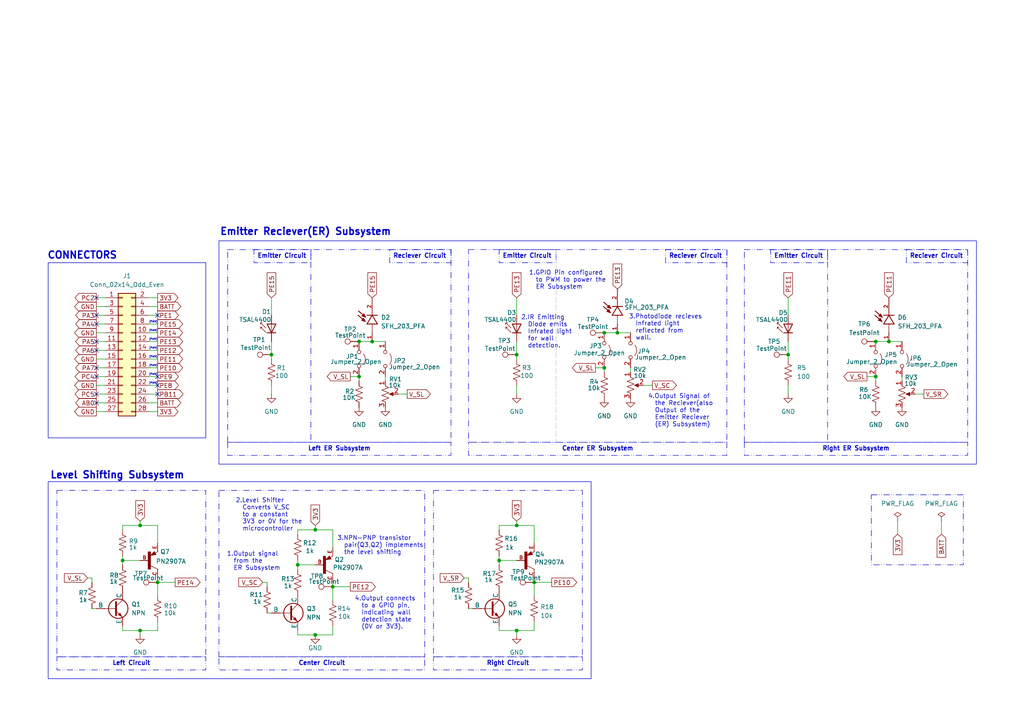
<source format=kicad_sch>
(kicad_sch (version 20231120) (generator "eeschema") (generator_version "8.0")
  (paper "A4")
  (title_block (title "Micro-mouse Project - Sensing Subsystem") (date "2024-04-17") (rev "v.1") (company "University of Cape Town - EEE3088F") (comment 1 "Author: Richard Mabvirakare") (comment 2 "MBVRIC001"))
  (lib_symbols
    (symbol "Connector:TestPoint" (pin_numbers hide) (pin_names (offset 0.762) hide)
      (property "Reference" "TP" (at 0 6.858 0))
      (property "Value" "TestPoint" (at 0 5.08 0))
      (symbol "TestPoint_1_1"
        (pin passive line (at 0 0 90) (length 2.54) (name "1") (number "1"))
      )
    )
    (symbol "Connector_Generic:Conn_02x14_Odd_Even" (pin_names (offset 1.016) hide)
      (property "Reference" "J" (at 1.27 17.78 0))
      (property "Value" "Conn_02x14_Odd_Even" (at 1.27 -20.32 0))
      (symbol "Conn_02x14_Odd_Even_1_1"
        (pin passive line (at -5.08 15.24 0) (length 3.81) (name "Pin_1") (number "1"))
        (pin passive line (at 7.62 5.08 180) (length 3.81) (name "Pin_10") (number "10"))
        (pin passive line (at -5.08 2.54 0) (length 3.81) (name "Pin_11") (number "11"))
        (pin passive line (at 7.62 2.54 180) (length 3.81) (name "Pin_12") (number "12"))
        (pin passive line (at -5.08 0 0) (length 3.81) (name "Pin_13") (number "13"))
        (pin passive line (at 7.62 0 180) (length 3.81) (name "Pin_14") (number "14"))
        (pin passive line (at -5.08 -2.54 0) (length 3.81) (name "Pin_15") (number "15"))
        (pin passive line (at 7.62 -2.54 180) (length 3.81) (name "Pin_16") (number "16"))
        (pin passive line (at -5.08 -5.08 0) (length 3.81) (name "Pin_17") (number "17"))
        (pin passive line (at 7.62 -5.08 180) (length 3.81) (name "Pin_18") (number "18"))
        (pin passive line (at -5.08 -7.62 0) (length 3.81) (name "Pin_19") (number "19"))
        (pin passive line (at 7.62 15.24 180) (length 3.81) (name "Pin_2") (number "2"))
        (pin passive line (at 7.62 -7.62 180) (length 3.81) (name "Pin_20") (number "20"))
        (pin passive line (at -5.08 -10.16 0) (length 3.81) (name "Pin_21") (number "21"))
        (pin passive line (at 7.62 -10.16 180) (length 3.81) (name "Pin_22") (number "22"))
        (pin passive line (at -5.08 -12.7 0) (length 3.81) (name "Pin_23") (number "23"))
        (pin passive line (at 7.62 -12.7 180) (length 3.81) (name "Pin_24") (number "24"))
        (pin passive line (at -5.08 -15.24 0) (length 3.81) (name "Pin_25") (number "25"))
        (pin passive line (at 7.62 -15.24 180) (length 3.81) (name "Pin_26") (number "26"))
        (pin passive line (at -5.08 -17.78 0) (length 3.81) (name "Pin_27") (number "27"))
        (pin passive line (at 7.62 -17.78 180) (length 3.81) (name "Pin_28") (number "28"))
        (pin passive line (at -5.08 12.7 0) (length 3.81) (name "Pin_3") (number "3"))
        (pin passive line (at 7.62 12.7 180) (length 3.81) (name "Pin_4") (number "4"))
        (pin passive line (at -5.08 10.16 0) (length 3.81) (name "Pin_5") (number "5"))
        (pin passive line (at 7.62 10.16 180) (length 3.81) (name "Pin_6") (number "6"))
        (pin passive line (at -5.08 7.62 0) (length 3.81) (name "Pin_7") (number "7"))
        (pin passive line (at 7.62 7.62 180) (length 3.81) (name "Pin_8") (number "8"))
        (pin passive line (at -5.08 5.08 0) (length 3.81) (name "Pin_9") (number "9"))
      )
    )
    (symbol "Device:R_Potentiometer_US" (pin_names (offset 1.016) hide)
      (property "Reference" "RV" (at -4.445 0 90))
      (property "Value" "R_Potentiometer_US" (at -2.54 0 90))
      (symbol "R_Potentiometer_US_1_1"
        (pin passive line (at 0 3.81 270) (length 1.27) (name "1") (number "1"))
        (pin passive line (at 3.81 0 180) (length 1.27) (name "2") (number "2"))
        (pin passive line (at 0 -3.81 90) (length 1.27) (name "3") (number "3"))
      )
    )
    (symbol "Device:R_US" (pin_numbers hide) (pin_names (offset 0))
      (property "Reference" "R" (at 2.54 0 90))
      (property "Value" "R_US" (at -2.54 0 90))
      (symbol "R_US_1_1"
        (pin passive line (at 0 3.81 270) (length 1.27) (name "~") (number "1"))
        (pin passive line (at 0 -3.81 90) (length 1.27) (name "~") (number "2"))
      )
    )
    (symbol "Jumper:Jumper_2_Open" (pin_names (offset 0) hide)
      (property "Reference" "JP" (at 0 2.794 0))
      (property "Value" "Jumper_2_Open" (at 0 -2.286 0))
      (symbol "Jumper_2_Open_1_1"
        (pin passive line (at -5.08 0 0) (length 2.54) (name "A") (number "1"))
        (pin passive line (at 5.08 0 180) (length 2.54) (name "B") (number "2"))
      )
    )
    (symbol "LED:TSAL4400" (pin_numbers hide) (pin_names (offset 1.016) hide)
      (property "Reference" "D" (at 0.508 1.778 0))
      (property "Value" "TSAL4400" (at -1.016 -2.794 0))
      (symbol "TSAL4400_1_1"
        (pin passive line (at -5.08 0 0) (length 2.54) (name "K") (number "1"))
        (pin passive line (at 2.54 0 180) (length 2.54) (name "A") (number "2"))
      )
    )
    (symbol "PN2907A:PN2907A" (pin_names (offset 1.016))
      (property "Reference" "Q" (at -10.16 7.62 0))
      (property "Value" "PN2907A" (at -10.16 5.08 0))
      (symbol "PN2907A_0_0"
        (pin passive line (at -2.54 0 0) (length 2.54) (name "~") (number "B"))
        (pin passive line (at 2.54 -5.08 90) (length 2.54) (name "~") (number "C"))
        (pin passive line (at 2.54 5.08 270) (length 2.54) (name "~") (number "E"))
      )
    )
    (symbol "SFH_203_PFA:SFH_203_PFA" (pin_names (offset 1.016))
      (property "Reference" "D" (at -3.0988 4.4958 0))
      (property "Value" "SFH_203_PFA" (at -3.556 -3.302 0))
      (symbol "SFH_203_PFA_0_0"
        (pin passive line (at -7.62 0 0) (length 2.54) (name "~") (number "1"))
        (pin passive line (at 5.08 0 180) (length 5.08) (name "~") (number "2"))
      )
    )
    (symbol "Simulation_SPICE:NPN" (pin_numbers hide) (pin_names (offset 0))
      (property "Reference" "Q" (at -2.54 7.62 0))
      (property "Value" "NPN" (at -2.54 5.08 0))
      (symbol "NPN_1_1"
        (pin open_collector line (at 2.54 5.08 270) (length 2.54) (name "C") (number "1"))
        (pin input line (at -5.08 0 0) (length 2.54) (name "B") (number "2"))
        (pin open_emitter line (at 2.54 -5.08 90) (length 2.54) (name "E") (number "3"))
      )
    )
    (symbol "power:GND" (power) (pin_numbers hide) (pin_names (offset 0) hide)
      (property "Value" "GND" (at 0 -3.81 0))
      (symbol "GND_1_1"
        (pin power_in line (at 0 0 270) (length 0) (name "~") (number "1"))
      )
    )
    (symbol "power:PWR_FLAG" (power) (pin_numbers hide) (pin_names (offset 0) hide)
      (property "Value" "PWR_FLAG" (at 0 3.81 0))
      (symbol "PWR_FLAG_0_0"
        (pin power_out line (at 0 0 90) (length 0) (name "~") (number "1"))
      )
    )
  )
  (junction (at 35.56 162.56))
  (junction (at 228.6 102.87))
  (junction (at 40.64 152.4))
  (junction (at 175.26 96.52))
  (junction (at 254 99.06))
  (junction (at 96.52 170.18))
  (junction (at 104.14 109.22))
  (junction (at 154.94 168.91))
  (junction (at 107.95 99.06))
  (junction (at 149.86 182.88))
  (junction (at 257.81 99.06))
  (junction (at 179.07 96.52))
  (junction (at 78.74 102.87))
  (junction (at 104.14 99.06))
  (junction (at 175.26 106.68))
  (junction (at 254 109.22))
  (junction (at 86.36 163.83))
  (junction (at 91.44 184.15))
  (junction (at 144.78 162.56))
  (junction (at 45.72 168.91))
  (junction (at 40.64 182.88))
  (junction (at 91.44 153.67))
  (junction (at 149.86 152.4))
  (junction (at 149.86 102.87))
  (no_connect (at 27.94 116.84))
  (no_connect (at 27.94 86.36))
  (no_connect (at 27.94 93.98))
  (no_connect (at 27.94 101.6))
  (no_connect (at 45.72 114.3))
  (no_connect (at 45.72 109.22))
  (no_connect (at 27.94 91.44))
  (no_connect (at 27.94 106.68))
  (no_connect (at 45.72 91.44))
  (no_connect (at 27.94 109.22))
  (no_connect (at 27.94 99.06))
  (no_connect (at 45.72 111.76))
  (no_connect (at 27.94 114.3))
  (wire (pts (xy 149.86 104.14) (xy 149.86 102.87)))
  (wire (pts (xy 50.8 168.91) (xy 45.72 168.91)))
  (wire (pts (xy 96.52 184.15) (xy 91.44 184.15)))
  (wire (pts (xy 254 109.22) (xy 251.46 109.22)))
  (wire (pts (xy 27.94 116.84) (xy 30.48 116.84)))
  (wire (pts (xy 144.78 162.56) (xy 144.78 163.83)))
  (wire (pts (xy 265.43 114.3) (xy 267.97 114.3)))
  (wire (pts (xy 45.72 88.9) (xy 43.18 88.9)))
  (wire (pts (xy 27.94 88.9) (xy 30.48 88.9)))
  (wire (pts (xy 149.86 151.13) (xy 149.86 152.4)))
  (wire (pts (xy 86.36 162.56) (xy 86.36 163.83)))
  (wire (pts (xy 261.62 109.22) (xy 261.62 110.49)))
  (wire (pts (xy 45.72 109.22) (xy 43.18 109.22)))
  (wire (pts (xy 86.36 163.83) (xy 86.36 165.1)))
  (wire (pts (xy 144.78 161.29) (xy 144.78 162.56)))
  (wire (pts (xy 134.62 167.64) (xy 135.89 167.64)))
  (wire (pts (xy 27.94 114.3) (xy 30.48 114.3)))
  (wire (pts (xy 107.95 99.06) (xy 111.76 99.06)))
  (wire (pts (xy 35.56 153.67) (xy 35.56 152.4)))
  (wire (pts (xy 76.2 168.91) (xy 77.47 168.91)))
  (wire (pts (xy 182.88 106.68) (xy 182.88 107.95)))
  (wire (pts (xy 45.72 91.44) (xy 43.18 91.44)))
  (wire (pts (xy 27.94 104.14) (xy 30.48 104.14)))
  (wire (pts (xy 96.52 153.67) (xy 96.52 158.75)))
  (wire (pts (xy 96.52 170.18) (xy 96.52 168.91)))
  (wire (pts (xy 149.86 102.87) (xy 149.86 99.06)))
  (wire (pts (xy 154.94 152.4) (xy 154.94 157.48)))
  (wire (pts (xy 175.26 106.68) (xy 175.26 107.95)))
  (wire (pts (xy 27.94 119.38) (xy 30.48 119.38)))
  (wire (pts (xy 228.6 102.87) (xy 228.6 99.06)))
  (wire (pts (xy 96.52 181.61) (xy 96.52 184.15)))
  (wire (pts (xy 91.44 152.4) (xy 91.44 153.67)))
  (wire (pts (xy 254 109.22) (xy 254 110.49)))
  (wire (pts (xy 78.74 102.87) (xy 78.74 99.06)))
  (wire (pts (xy 144.78 181.61) (xy 144.78 182.88)))
  (wire (pts (xy 104.14 99.06) (xy 107.95 99.06)))
  (wire (pts (xy 135.89 176.53) (xy 137.16 176.53)))
  (wire (pts (xy 111.76 109.22) (xy 111.76 110.49)))
  (wire (pts (xy 144.78 152.4) (xy 149.86 152.4)))
  (wire (pts (xy 86.36 163.83) (xy 91.44 163.83)))
  (wire (pts (xy 27.94 93.98) (xy 30.48 93.98)))
  (wire (pts (xy 186.69 111.76) (xy 189.23 111.76)))
  (wire (pts (xy 115.57 114.3) (xy 118.11 114.3)))
  (wire (pts (xy 160.02 168.91) (xy 154.94 168.91)))
  (wire (pts (xy 78.74 91.44) (xy 78.74 86.36)))
  (wire (pts (xy 154.94 182.88) (xy 149.86 182.88)))
  (wire (pts (xy 260.35 154.94) (xy 260.35 151.13)))
  (wire (pts (xy 104.14 109.22) (xy 104.14 110.49)))
  (wire (pts (xy 135.89 167.64) (xy 135.89 168.91)))
  (wire (pts (xy 179.07 96.52) (xy 182.88 96.52)))
  (wire (pts (xy 45.72 114.3) (xy 43.18 114.3)))
  (wire (pts (xy 27.94 96.52) (xy 30.48 96.52)))
  (wire (pts (xy 154.94 168.91) (xy 154.94 167.64)))
  (wire (pts (xy 45.72 168.91) (xy 45.72 167.64)))
  (wire (pts (xy 96.52 173.99) (xy 96.52 170.18)))
  (wire (pts (xy 35.56 181.61) (xy 35.56 182.88)))
  (wire (pts (xy 27.94 111.76) (xy 30.48 111.76)))
  (wire (pts (xy 40.64 182.88) (xy 35.56 182.88)))
  (wire (pts (xy 45.72 96.52) (xy 43.18 96.52)))
  (wire (pts (xy 26.67 176.53) (xy 27.94 176.53)))
  (wire (pts (xy 254 99.06) (xy 257.81 99.06)))
  (wire (pts (xy 45.72 99.06) (xy 43.18 99.06)))
  (wire (pts (xy 78.74 114.3) (xy 78.74 111.76)))
  (wire (pts (xy 35.56 162.56) (xy 40.64 162.56)))
  (wire (pts (xy 35.56 161.29) (xy 35.56 162.56)))
  (wire (pts (xy 86.36 154.94) (xy 86.36 153.67)))
  (wire (pts (xy 45.72 106.68) (xy 43.18 106.68)))
  (wire (pts (xy 228.6 91.44) (xy 228.6 86.36)))
  (wire (pts (xy 25.4 167.64) (xy 26.67 167.64)))
  (wire (pts (xy 27.94 106.68) (xy 30.48 106.68)))
  (wire (pts (xy 45.72 111.76) (xy 43.18 111.76)))
  (wire (pts (xy 27.94 91.44) (xy 30.48 91.44)))
  (wire (pts (xy 45.72 101.6) (xy 43.18 101.6)))
  (wire (pts (xy 40.64 182.88) (xy 40.64 184.15)))
  (wire (pts (xy 154.94 172.72) (xy 154.94 168.91)))
  (wire (pts (xy 45.72 152.4) (xy 45.72 157.48)))
  (wire (pts (xy 40.64 152.4) (xy 45.72 152.4)))
  (wire (pts (xy 45.72 182.88) (xy 40.64 182.88)))
  (wire (pts (xy 35.56 162.56) (xy 35.56 163.83)))
  (wire (pts (xy 45.72 93.98) (xy 43.18 93.98)))
  (wire (pts (xy 149.86 182.88) (xy 149.86 184.15)))
  (wire (pts (xy 77.47 177.8) (xy 78.74 177.8)))
  (wire (pts (xy 27.94 109.22) (xy 30.48 109.22)))
  (wire (pts (xy 45.72 172.72) (xy 45.72 168.91)))
  (wire (pts (xy 45.72 116.84) (xy 43.18 116.84)))
  (wire (pts (xy 86.36 153.67) (xy 91.44 153.67)))
  (wire (pts (xy 77.47 168.91) (xy 77.47 170.18)))
  (wire (pts (xy 91.44 153.67) (xy 96.52 153.67)))
  (wire (pts (xy 78.74 104.14) (xy 78.74 102.87)))
  (wire (pts (xy 45.72 180.34) (xy 45.72 182.88)))
  (wire (pts (xy 27.94 99.06) (xy 30.48 99.06)))
  (wire (pts (xy 228.6 104.14) (xy 228.6 102.87)))
  (wire (pts (xy 144.78 153.67) (xy 144.78 152.4)))
  (wire (pts (xy 228.6 114.3) (xy 228.6 111.76)))
  (wire (pts (xy 101.6 170.18) (xy 96.52 170.18)))
  (wire (pts (xy 35.56 152.4) (xy 40.64 152.4)))
  (wire (pts (xy 149.86 182.88) (xy 144.78 182.88)))
  (wire (pts (xy 45.72 86.36) (xy 43.18 86.36)))
  (wire (pts (xy 175.26 106.68) (xy 172.72 106.68)))
  (wire (pts (xy 27.94 86.36) (xy 30.48 86.36)))
  (wire (pts (xy 40.64 151.13) (xy 40.64 152.4)))
  (wire (pts (xy 149.86 114.3) (xy 149.86 111.76)))
  (wire (pts (xy 149.86 152.4) (xy 154.94 152.4)))
  (wire (pts (xy 273.05 154.94) (xy 273.05 151.13)))
  (wire (pts (xy 91.44 184.15) (xy 86.36 184.15)))
  (wire (pts (xy 45.72 104.14) (xy 43.18 104.14)))
  (wire (pts (xy 144.78 162.56) (xy 149.86 162.56)))
  (wire (pts (xy 175.26 96.52) (xy 179.07 96.52)))
  (wire (pts (xy 27.94 101.6) (xy 30.48 101.6)))
  (wire (pts (xy 257.81 99.06) (xy 261.62 99.06)))
  (wire (pts (xy 45.72 119.38) (xy 43.18 119.38)))
  (wire (pts (xy 154.94 180.34) (xy 154.94 182.88)))
  (wire (pts (xy 104.14 109.22) (xy 101.6 109.22)))
  (wire (pts (xy 149.86 91.44) (xy 149.86 86.36)))
  (wire (pts (xy 26.67 167.64) (xy 26.67 168.91)))
  (wire (pts (xy 86.36 182.88) (xy 86.36 184.15)))
  (rectangle (start 66.04 72.39) (end 130.81 128.27) (stroke (width 0) (type dash_dot_dot)))
  (rectangle (start 240.03 72.39) (end 240.03 128.27) (stroke (width 0) (type dash_dot_dot)))
  (rectangle (start 161.29 72.39) (end 161.29 128.27) (stroke (width 0) (type dash) (color 194 194 194 0.5)))
  (rectangle (start 252.73 143.51) (end 279.4 163.83) (stroke (width 0) (type dash_dot_dot)))
  (rectangle (start 63.5 142.24) (end 123.19 190.5) (stroke (width 0) (type dash_dot_dot)))
  (rectangle (start 215.9 72.39) (end 280.67 128.27) (stroke (width 0) (type dash_dot_dot)))
  (rectangle (start 13.97 139.7) (end 171.45 196.85))
  (rectangle (start 90.17 72.39) (end 90.17 128.27) (stroke (width 0) (type dash_dot_dot)))
  (rectangle (start 125.73 142.24) (end 168.91 190.5) (stroke (width 0) (type dash_dot_dot)))
  (rectangle (start 16.51 142.24) (end 59.69 190.5) (stroke (width 0) (type dash_dot_dot)))
  (rectangle (start 135.89 72.39) (end 210.82 128.27) (stroke (width 0) (type dash_dot_dot)))
  (rectangle (start 63.5 69.85) (end 283.21 134.62))
  (rectangle (start 13.97 76.2) (end 59.69 127))
  (text_box "Left ER Subsystem" (at 66.04 128.27 0) (size 64.77 3.81) (stroke (width 0) (type dash_dot_dot)) (effects (font (size 1.27 1.27) (bold yes)) (justify top)))
  (text_box "Center ER Subsystem" (at 135.89 128.27 0) (size 74.93 3.81) (stroke (width 0) (type dash_dot_dot)) (effects (font (size 1.27 1.27) (bold yes)) (justify top)))
  (text_box "Right Circuit" (at 125.73 190.5 0) (size 43.18 3.81) (stroke (width 0) (type dash_dot_dot)) (effects (font (size 1.27 1.27) (bold yes)) (justify top)))
  (text_box "Right ER Subsystem" (at 215.9 128.27 0) (size 64.77 3.81) (stroke (width 0) (type dash_dot_dot)) (effects (font (size 1.27 1.27) (bold yes)) (justify top)))
  (text_box "Center Circuit" (at 63.5 190.5 0) (size 59.69 3.81) (stroke (width 0) (type dash_dot_dot)) (effects (font (size 1.27 1.27) (bold yes)) (justify top)))
  (text_box "Left Circuit" (at 16.51 190.5 0) (size 43.18 3.81) (stroke (width 0) (type dash_dot_dot)) (effects (font (size 1.27 1.27) (bold yes)) (justify top)))
  (text_box "Reciever Circuit" (at 113.03 72.39 0) (size 17.78 3.81) (stroke (width 0) (type dash_dot_dot)) (effects (font (size 1.27 1.27) (bold yes)) (justify left top)))
  (text_box "Reciever Circuit" (at 193.04 72.39 0) (size 17.78 3.81) (stroke (width 0) (type dash_dot_dot)) (effects (font (size 1.27 1.27) (bold yes)) (justify left top)))
  (text_box "Emitter Circuit" (at 144.78 72.39 0) (size 16.51 3.81) (stroke (width 0) (type dash_dot_dot)) (effects (font (size 1.27 1.27) (bold yes)) (justify left top)))
  (text_box "Emitter Circuit" (at 73.66 72.39 0) (size 16.51 3.81) (stroke (width 0) (type dash_dot_dot)) (effects (font (size 1.27 1.27) (bold yes)) (justify left top)))
  (text_box "Reciever Circuit" (at 262.89 72.39 0) (size 17.78 3.81) (stroke (width 0) (type dash_dot_dot)) (effects (font (size 1.27 1.27) (bold yes)) (justify left top)))
  (text_box "Emitter Circuit" (at 223.52 72.39 0) (size 16.51 3.81) (stroke (width 0) (type dash_dot_dot)) (effects (font (size 1.27 1.27) (bold yes)) (justify left top)))
  (text "Emitter Reciever(ER) Subsystem" (at 88.646 67.31 0) (effects (font (size 2.032 2.032) (thickness 0.4064) (bold yes))))
  (text "CONNECTORS" (at 23.876 74.168 0) (effects (font (size 2.032 2.032) (thickness 0.4064) (bold yes))))
  (text "3.Photodiode recieves\n  Infrated light \n  reflected from\n  wall." (at 182.372 94.996 0) (effects (font (size 1.27 1.27)) (justify left)))
  (text "3.NPN-PNP transistor\n  pair(Q3,Q2) implements\n  the level shifting" (at 97.79 158.242 0) (effects (font (size 1.27 1.27)) (justify left)))
  (text "[PWM]" (at 44.45 101.092 0) (effects (font (size 0.508 0.508))))
  (text "[PWM]" (at 44.45 98.552 0) (effects (font (size 0.508 0.508))))
  (text "[PWM]" (at 44.45 96.012 0) (effects (font (size 0.508 0.508))))
  (text "1.Output signal\n  from the \n  ER Subsystem" (at 65.786 162.814 0) (effects (font (size 1.27 1.27)) (justify left)))
  (text "2.Level Shifter\n  Converts V_SC \n  to a constant \n  3V3 or 0V for the \n  microcontroller" (at 68.326 149.352 0) (effects (font (size 1.27 1.27)) (justify left)))
  (text "4.Output Signal of\n  the Reciever(also\n  Output of the \n  Emitter Reciever \n  (ER) Subsystem)" (at 187.96 119.126 0) (effects (font (size 1.27 1.27)) (justify left)))
  (text "[PWM]" (at 44.45 111.252 0) (effects (font (size 0.508 0.508))))
  (text "4.Output connects \n  to a GPIO pin, \n  indicating wall \n  detection state\n  (0V or 3V3)." (at 102.87 177.8 0) (effects (font (size 1.27 1.27)) (justify left)))
  (text "Level Shifting Subsystem" (at 34.036 137.922 0) (effects (font (size 2.032 2.032) (thickness 0.4064) (bold yes))))
  (text "2.IR Emitting\n  Diode emits\n  Infrated light \n  for wall \n  detection." (at 151.13 96.266 0) (effects (font (size 1.27 1.27)) (justify left)))
  (text "[PWM]" (at 44.45 103.632 0) (effects (font (size 0.508 0.508))))
  (text "[PWM]" (at 44.45 93.472 0) (effects (font (size 0.508 0.508))))
  (text "1.GPIO Pin configured\n  to PWM to power the \n  ER Subsystem" (at 153.416 81.28 0) (effects (font (size 1.27 1.27)) (justify left)))
  (text "[PWM]" (at 44.45 108.712 0) (effects (font (size 0.508 0.508))))
  (text "[PWM]" (at 44.45 106.172 0) (effects (font (size 0.508 0.508))))
  (global_label "V_SL" (shape output) (at 172.72 106.68 180) (property "Intersheetrefs" "${INTERSHEET_REFS}" (effects (hide yes))))
  (global_label "GND" (shape output) (at 27.94 111.76 180) (property "Intersheetrefs" "${INTERSHEET_REFS}" (effects (hide yes))))
  (global_label "PE14" (shape output) (at 50.8 168.91 0) (property "Intersheetrefs" "${INTERSHEET_REFS}" (effects (hide yes))))
  (global_label "PE11" (shape input) (at 228.6 86.36 90) (property "Intersheetrefs" "${INTERSHEET_REFS}" (effects (hide yes))))
  (global_label "3V3" (shape input) (at 91.44 152.4 90) (property "Intersheetrefs" "${INTERSHEET_REFS}" (effects (hide yes))))
  (global_label "GND" (shape output) (at 27.94 88.9 180) (property "Intersheetrefs" "${INTERSHEET_REFS}" (effects (hide yes))))
  (global_label "V_SL" (shape input) (at 25.4 167.64 180) (property "Intersheetrefs" "${INTERSHEET_REFS}" (effects (hide yes))))
  (global_label "GND" (shape output) (at 27.94 119.38 180) (property "Intersheetrefs" "${INTERSHEET_REFS}" (effects (hide yes))))
  (global_label "PE9" (shape output) (at 45.72 109.22 0) (property "Intersheetrefs" "${INTERSHEET_REFS}" (effects (hide yes))))
  (global_label "PE15" (shape output) (at 45.72 93.98 0) (property "Intersheetrefs" "${INTERSHEET_REFS}" (effects (hide yes))))
  (global_label "PC4" (shape output) (at 27.94 109.22 180) (property "Intersheetrefs" "${INTERSHEET_REFS}" (effects (hide yes))))
  (global_label "BATT" (shape output) (at 45.72 116.84 0) (property "Intersheetrefs" "${INTERSHEET_REFS}" (effects (hide yes))))
  (global_label "PE10" (shape output) (at 160.02 168.91 0) (property "Intersheetrefs" "${INTERSHEET_REFS}" (effects (hide yes))))
  (global_label "PE12" (shape output) (at 101.6 170.18 0) (property "Intersheetrefs" "${INTERSHEET_REFS}" (effects (hide yes))))
  (global_label "3V3" (shape input) (at 260.35 154.94 270) (property "Intersheetrefs" "${INTERSHEET_REFS}" (effects (hide yes))))
  (global_label "PE10" (shape output) (at 45.72 106.68 0) (property "Intersheetrefs" "${INTERSHEET_REFS}" (effects (hide yes))))
  (global_label "V_SL" (shape output) (at 118.11 114.3 0) (property "Intersheetrefs" "${INTERSHEET_REFS}" (effects (hide yes))))
  (global_label "PE13" (shape input) (at 179.07 83.82 90) (property "Intersheetrefs" "${INTERSHEET_REFS}" (effects (hide yes))))
  (global_label "3V3" (shape input) (at 40.64 151.13 90) (property "Intersheetrefs" "${INTERSHEET_REFS}" (effects (hide yes))))
  (global_label "PC2" (shape output) (at 27.94 86.36 180) (property "Intersheetrefs" "${INTERSHEET_REFS}" (effects (hide yes))))
  (global_label "PE15" (shape input) (at 107.95 86.36 90) (property "Intersheetrefs" "${INTERSHEET_REFS}" (effects (hide yes))))
  (global_label "V_SC" (shape output) (at 189.23 111.76 0) (property "Intersheetrefs" "${INTERSHEET_REFS}" (effects (hide yes))))
  (global_label "PA4" (shape output) (at 27.94 93.98 180) (property "Intersheetrefs" "${INTERSHEET_REFS}" (effects (hide yes))))
  (global_label "PE14" (shape output) (at 45.72 96.52 0) (property "Intersheetrefs" "${INTERSHEET_REFS}" (effects (hide yes))))
  (global_label "3V3" (shape output) (at 45.72 119.38 0) (property "Intersheetrefs" "${INTERSHEET_REFS}" (effects (hide yes))))
  (global_label "3V3" (shape output) (at 45.72 86.36 0) (property "Intersheetrefs" "${INTERSHEET_REFS}" (effects (hide yes))))
  (global_label "3V3" (shape input) (at 149.86 151.13 90) (property "Intersheetrefs" "${INTERSHEET_REFS}" (effects (hide yes))))
  (global_label "PE13" (shape output) (at 45.72 99.06 0) (property "Intersheetrefs" "${INTERSHEET_REFS}" (effects (hide yes))))
  (global_label "PE15" (shape input) (at 78.74 86.36 90) (property "Intersheetrefs" "${INTERSHEET_REFS}" (effects (hide yes))))
  (global_label "PA3" (shape output) (at 27.94 91.44 180) (property "Intersheetrefs" "${INTERSHEET_REFS}" (effects (hide yes))))
  (global_label "PE11" (shape input) (at 257.81 86.36 90) (property "Intersheetrefs" "${INTERSHEET_REFS}" (effects (hide yes))))
  (global_label "PC5" (shape output) (at 27.94 114.3 180) (property "Intersheetrefs" "${INTERSHEET_REFS}" (effects (hide yes))))
  (global_label "AB0" (shape output) (at 27.94 116.84 180) (property "Intersheetrefs" "${INTERSHEET_REFS}" (effects (hide yes))))
  (global_label "PE1" (shape output) (at 45.72 91.44 0) (property "Intersheetrefs" "${INTERSHEET_REFS}" (effects (hide yes))))
  (global_label "PE8" (shape output) (at 45.72 111.76 0) (property "Intersheetrefs" "${INTERSHEET_REFS}" (effects (hide yes))))
  (global_label "GND" (shape output) (at 27.94 104.14 180) (property "Intersheetrefs" "${INTERSHEET_REFS}" (effects (hide yes))))
  (global_label "V_SR" (shape output) (at 267.97 114.3 0) (property "Intersheetrefs" "${INTERSHEET_REFS}" (effects (hide yes))))
  (global_label "PE11" (shape output) (at 45.72 104.14 0) (property "Intersheetrefs" "${INTERSHEET_REFS}" (effects (hide yes))))
  (global_label "BATT" (shape input) (at 273.05 154.94 270) (property "Intersheetrefs" "${INTERSHEET_REFS}" (effects (hide yes))))
  (global_label "BATT" (shape output) (at 45.72 88.9 0) (property "Intersheetrefs" "${INTERSHEET_REFS}" (effects (hide yes))))
  (global_label "PE13" (shape input) (at 149.86 86.36 90) (property "Intersheetrefs" "${INTERSHEET_REFS}" (effects (hide yes))))
  (global_label "PA6" (shape output) (at 27.94 101.6 180) (property "Intersheetrefs" "${INTERSHEET_REFS}" (effects (hide yes))))
  (global_label "V_SL" (shape output) (at 101.6 109.22 180) (property "Intersheetrefs" "${INTERSHEET_REFS}" (effects (hide yes))))
  (global_label "GND" (shape output) (at 27.94 96.52 180) (property "Intersheetrefs" "${INTERSHEET_REFS}" (effects (hide yes))))
  (global_label "V_SL" (shape output) (at 251.46 109.22 180) (property "Intersheetrefs" "${INTERSHEET_REFS}" (effects (hide yes))))
  (global_label "PB11" (shape output) (at 45.72 114.3 0) (property "Intersheetrefs" "${INTERSHEET_REFS}" (effects (hide yes))))
  (global_label "PA7" (shape output) (at 27.94 106.68 180) (property "Intersheetrefs" "${INTERSHEET_REFS}" (effects (hide yes))))
  (global_label "PA5" (shape output) (at 27.94 99.06 180) (property "Intersheetrefs" "${INTERSHEET_REFS}" (effects (hide yes))))
  (global_label "V_SC" (shape input) (at 76.2 168.91 180) (property "Intersheetrefs" "${INTERSHEET_REFS}" (effects (hide yes))))
  (global_label "PE12" (shape output) (at 45.72 101.6 0) (property "Intersheetrefs" "${INTERSHEET_REFS}" (effects (hide yes))))
  (global_label "V_SR" (shape input) (at 134.62 167.64 180) (property "Intersheetrefs" "${INTERSHEET_REFS}" (effects (hide yes))))
  (symbol (lib_id "Device:R_US") (at 77.47 173.99 180) (unit 1)
    (property "Reference" "R11" (at 72.39 172.466 0) (effects (justify right)))
    (property "Value" "1k" (at 73.406 174.498 0) (effects (justify right)))
    (property "Footprint" "Resistor_SMD:R_0603_1608Metric" (effects (hide yes)))
    (property "Description" "Resistor, US symbol" (effects (hide yes)))
  )
  (symbol (lib_id "Device:R_US") (at 35.56 167.64 180) (unit 1)
    (property "Reference" "R8" (at 31.75 166.878 0) (effects (justify right)))
    (property "Value" "1k" (at 31.75 168.656 0) (effects (justify right)))
    (property "Footprint" "Resistor_SMD:R_0603_1608Metric" (effects (hide yes)))
    (property "Description" "Resistor, US symbol" (effects (hide yes)))
  )
  (symbol (lib_id "Connector:TestPoint") (at 154.94 168.91 90) (unit 1)
    (property "Reference" "TP9" (at 150.368 165.862 90))
    (property "Value" "TestPoint" (at 152.4 167.64 90))
    (property "Footprint" "TestPoint:TestPoint_Pad_D1.0mm" (effects (hide yes)))
    (property "Description" "test point" (effects (hide yes)))
  )
  (symbol (lib_id "LED:TSAL4400") (at 228.6 93.98 90) (unit 1)
    (property "Reference" "D5" (at 225.806 90.678 90) (effects (justify right)))
    (property "Value" "TSAL4400" (at 219.202 92.71 90) (effects (justify right)))
    (property "Footprint" "LED_THT:LED_D3.0mm_Horizontal_O1.27mm_Z2.0mm_IRBlack" (effects (hide yes)))
    (property "Datasheet" "http://www.vishay.com/docs/81006/tsal4400.pdf" (effects (hide yes)))
    (property "Description" "Infrared LED , 3mm LED package" (effects (hide yes)))
  )
  (symbol (lib_id "Device:R_US") (at 175.26 111.76 180) (unit 1)
    (property "Reference" "R4" (at 170.942 110.744 0) (effects (justify right)))
    (property "Value" "10k" (at 170.434 112.522 0) (effects (justify right)))
    (property "Footprint" "Resistor_SMD:R_0603_1608Metric" (effects (hide yes)))
    (property "Description" "Resistor, US symbol" (effects (hide yes)))
  )
  (symbol (lib_id "Connector:TestPoint") (at 78.74 102.87 90) (unit 1)
    (property "Reference" "TP1" (at 75.184 98.552 90))
    (property "Value" "TestPoint" (at 74.168 100.838 90))
    (property "Footprint" "TestPoint:TestPoint_Pad_D1.0mm" (effects (hide yes)))
    (property "Description" "test point" (effects (hide yes)))
  )
  (symbol (lib_id "Jumper:Jumper_2_Open") (at 104.14 104.14 270) (unit 1)
    (property "Reference" "JP1" (at 100.33 103.378 90) (effects (justify left)))
    (property "Value" "Jumper_2_Open" (at 95.758 104.902 90) (effects (justify left)))
    (property "Footprint" "Jumper:SolderJumper-2_P1.3mm_Open_Pad1.0x1.5mm" (effects (hide yes)))
    (property "Description" "Jumper, 2-pole, open" (effects (hide yes)))
  )
  (symbol (lib_id "Device:R_US") (at 228.6 107.95 180) (unit 1)
    (property "Reference" "R5" (at 231.14 106.6799 0) (effects (justify right)))
    (property "Value" "100" (at 231.14 109.2199 0) (effects (justify right)))
    (property "Footprint" "Resistor_SMD:R_0603_1608Metric" (effects (hide yes)))
    (property "Description" "Resistor, US symbol" (effects (hide yes)))
  )
  (symbol (lib_id "Device:R_US") (at 86.36 158.75 180) (unit 1)
    (property "Reference" "R12" (at 87.884 157.48 0) (effects (justify right)))
    (property "Value" "1k" (at 88.646 159.766 0) (effects (justify right)))
    (property "Footprint" "Resistor_SMD:R_0603_1608Metric" (effects (hide yes)))
    (property "Description" "Resistor, US symbol" (effects (hide yes)))
  )
  (symbol (lib_id "power:PWR_FLAG") (at 273.05 151.13 0) (unit 1)
    (property "Reference" "#FLG02" (effects (hide yes)))
    (property "Value" "PWR_FLAG" (at 273.05 146.05 0))
    (property "Description" "Special symbol for telling ERC where power comes from" (effects (hide yes)))
  )
  (symbol (lib_id "Jumper:Jumper_2_Open") (at 175.26 101.6 270) (unit 1)
    (property "Reference" "JP3" (at 170.942 100.33 90) (effects (justify left)))
    (property "Value" "Jumper_2_Open" (at 166.37 102.362 90) (effects (justify left)))
    (property "Footprint" "Jumper:SolderJumper-2_P1.3mm_Open_Pad1.0x1.5mm" (effects (hide yes)))
    (property "Description" "Jumper, 2-pole, open" (effects (hide yes)))
  )
  (symbol (lib_id "Connector:TestPoint") (at 228.6 102.87 90) (unit 1)
    (property "Reference" "TP5" (at 224.536 99.06 90))
    (property "Value" "TestPoint" (at 223.774 101.092 90))
    (property "Footprint" "TestPoint:TestPoint_Pad_D1.0mm" (effects (hide yes)))
    (property "Description" "test point" (effects (hide yes)))
  )
  (symbol (lib_id "Device:R_US") (at 86.36 168.91 180) (unit 1)
    (property "Reference" "R13" (at 81.534 167.894 0) (effects (justify right)))
    (property "Value" "1k" (at 82.296 169.926 0) (effects (justify right)))
    (property "Footprint" "Resistor_SMD:R_0603_1608Metric" (effects (hide yes)))
    (property "Description" "Resistor, US symbol" (effects (hide yes)))
  )
  (symbol (lib_id "SFH_203_PFA:SFH_203_PFA") (at 257.81 91.44 90) (unit 1)
    (property "Reference" "D6" (at 260.35 92.0622 90) (effects (justify right)))
    (property "Value" "SFH_203_PFA" (at 260.35 94.6022 90) (effects (justify right)))
    (property "Footprint" "SFH_203_PFA:XDCR_SFH_203_PFA" (effects (hide yes)))
    (property "MF" "OSRAM Opto" (effects (hide yes)))
    (property "Description_1" "\nPhotodiode 850nm 5ns 150° Radial\n" (effects (hide yes)))
    (property "Package" "Radial Osram Opto" (effects (hide yes)))
    (property "Price" "None" (effects (hide yes)))
    (property "Check_prices" "https://www.snapeda.com/parts/SFH%20203%20PFA/OSRAM+Opto+Semiconductors+Inc./view-part/?ref=eda" (effects (hide yes)))
    (property "STANDARD" "Manufacturer Recommendations" (effects (hide yes)))
    (property "PARTREV" "1.3" (effects (hide yes)))
    (property "SnapEDA_Link" "https://www.snapeda.com/parts/SFH%20203%20PFA/OSRAM+Opto+Semiconductors+Inc./view-part/?ref=snap" (effects (hide yes)))
    (property "MP" "SFH 203 PFA" (effects (hide yes)))
    (property "Availability" "In Stock" (effects (hide yes)))
    (property "MANUFACTURER" "OSRAM" (effects (hide yes)))
  )
  (symbol (lib_id "Device:R_US") (at 144.78 167.64 180) (unit 1)
    (property "Reference" "R17" (at 139.954 166.37 0) (effects (justify right)))
    (property "Value" "1k" (at 140.462 168.148 0) (effects (justify right)))
    (property "Footprint" "Resistor_SMD:R_0603_1608Metric" (effects (hide yes)))
    (property "Description" "Resistor, US symbol" (effects (hide yes)))
  )
  (symbol (lib_id "Simulation_SPICE:NPN") (at 83.82 177.8 0) (unit 1)
    (property "Reference" "Q3" (at 88.9 176.5299 0) (effects (justify left)))
    (property "Value" "NPN" (at 88.9 179.0699 0) (effects (justify left)))
    (property "Footprint" "Package_TO_SOT_THT:TO-92L" (effects (hide yes)))
    (property "Datasheet" "https://ngspice.sourceforge.io/docs/ngspice-html-manual/manual.xhtml#cha_BJTs" (effects (hide yes)))
    (property "Description" "Bipolar transistor symbol for simulation only, substrate tied to the emitter" (effects (hide yes)))
    (property "Sim.Device" "NPN" (effects (hide yes)))
    (property "Sim.Type" "GUMMELPOON" (effects (hide yes)))
    (property "Sim.Pins" "1=C 2=B 3=E" (effects (hide yes)))
  )
  (symbol (lib_id "Device:R_US") (at 45.72 176.53 180) (unit 1)
    (property "Reference" "R10" (at 47.498 175.768 0) (effects (justify right)))
    (property "Value" "10k" (at 47.498 177.8 0) (effects (justify right)))
    (property "Footprint" "Resistor_SMD:R_0603_1608Metric" (effects (hide yes)))
    (property "Description" "Resistor, US symbol" (effects (hide yes)))
  )
  (symbol (lib_id "Jumper:Jumper_2_Open") (at 254 104.14 270) (unit 1)
    (property "Reference" "JP5" (at 256.54 102.8699 90) (effects (justify left)))
    (property "Value" "Jumper_2_Open" (at 245.364 104.902 90) (effects (justify left)))
    (property "Footprint" "Jumper:SolderJumper-2_P1.3mm_Open_Pad1.0x1.5mm" (effects (hide yes)))
    (property "Description" "Jumper, 2-pole, open" (effects (hide yes)))
  )
  (symbol (lib_id "LED:TSAL4400") (at 149.86 93.98 90) (unit 1)
    (property "Reference" "D3" (at 147.066 90.678 90) (effects (justify right)))
    (property "Value" "TSAL4400" (at 140.462 92.71 90) (effects (justify right)))
    (property "Footprint" "LED_THT:LED_D3.0mm_Horizontal_O1.27mm_Z2.0mm_IRBlack" (effects (hide yes)))
    (property "Datasheet" "http://www.vishay.com/docs/81006/tsal4400.pdf" (effects (hide yes)))
    (property "Description" "Infrared LED , 3mm LED package" (effects (hide yes)))
  )
  (symbol (lib_id "power:GND") (at 175.26 115.57 0) (unit 1)
    (property "Reference" "#PWR04" (effects (hide yes)))
    (property "Value" "GND" (at 175.26 120.65 0))
    (property "Description" "Power symbol creates a global label with name \"GND\" , ground" (effects (hide yes)))
  )
  (symbol (lib_id "LED:TSAL4400") (at 78.74 93.98 90) (unit 1)
    (property "Reference" "D1" (at 75.946 90.424 90) (effects (justify right)))
    (property "Value" "TSAL4400" (at 69.342 92.71 90) (effects (justify right)))
    (property "Footprint" "LED_THT:LED_D3.0mm_Horizontal_O1.27mm_Z2.0mm_IRBlack" (effects (hide yes)))
    (property "Datasheet" "http://www.vishay.com/docs/81006/tsal4400.pdf" (effects (hide yes)))
    (property "Description" "Infrared LED , 3mm LED package" (effects (hide yes)))
  )
  (symbol (lib_id "Simulation_SPICE:NPN") (at 142.24 176.53 0) (unit 1)
    (property "Reference" "Q5" (at 147.32 175.2599 0) (effects (justify left)))
    (property "Value" "NPN" (at 147.32 177.7999 0) (effects (justify left)))
    (property "Footprint" "Package_TO_SOT_THT:TO-92L" (effects (hide yes)))
    (property "Datasheet" "https://ngspice.sourceforge.io/docs/ngspice-html-manual/manual.xhtml#cha_BJTs" (effects (hide yes)))
    (property "Description" "Bipolar transistor symbol for simulation only, substrate tied to the emitter" (effects (hide yes)))
    (property "Sim.Device" "NPN" (effects (hide yes)))
    (property "Sim.Type" "GUMMELPOON" (effects (hide yes)))
    (property "Sim.Pins" "1=C 2=B 3=E" (effects (hide yes)))
  )
  (symbol (lib_id "Device:R_Potentiometer_US") (at 182.88 111.76 0) (unit 1)
    (property "Reference" "RV2" (at 187.452 107.188 0) (effects (justify right)))
    (property "Value" "10k" (at 187.452 108.966 0) (effects (justify right)))
    (property "Footprint" "footprints:POT_3386P" (effects (hide yes)))
    (property "Description" "Potentiometer, US symbol" (effects (hide yes)))
  )
  (symbol (lib_id "power:GND") (at 228.6 114.3 0) (unit 1)
    (property "Reference" "#PWR05" (effects (hide yes)))
    (property "Value" "GND" (at 228.6 119.38 0))
    (property "Description" "Power symbol creates a global label with name \"GND\" , ground" (effects (hide yes)))
  )
  (symbol (lib_id "power:GND") (at 149.86 184.15 0) (unit 1)
    (property "Reference" "#PWR09" (effects (hide yes)))
    (property "Value" "GND" (at 149.86 189.23 0))
    (property "Description" "Power symbol creates a global label with name \"GND\" , ground" (effects (hide yes)))
  )
  (symbol (lib_id "Device:R_US") (at 35.56 157.48 180) (unit 1)
    (property "Reference" "R9" (at 37.338 156.972 0) (effects (justify right)))
    (property "Value" "1k" (at 37.338 158.75 0) (effects (justify right)))
    (property "Footprint" "Resistor_SMD:R_0603_1608Metric" (effects (hide yes)))
    (property "Description" "Resistor, US symbol" (effects (hide yes)))
  )
  (symbol (lib_id "Device:R_US") (at 78.74 107.95 180) (unit 1)
    (property "Reference" "R1" (at 80.264 106.68 0) (effects (justify right)))
    (property "Value" "100" (at 79.756 108.966 0) (effects (justify right)))
    (property "Footprint" "Resistor_SMD:R_0603_1608Metric" (effects (hide yes)))
    (property "Description" "Resistor, US symbol" (effects (hide yes)))
  )
  (symbol (lib_id "SFH_203_PFA:SFH_203_PFA") (at 107.95 91.44 90) (unit 1)
    (property "Reference" "D2" (at 110.49 92.0622 90) (effects (justify right)))
    (property "Value" "SFH_203_PFA" (at 110.49 94.6022 90) (effects (justify right)))
    (property "Footprint" "SFH_203_PFA:XDCR_SFH_203_PFA" (effects (hide yes)))
    (property "MF" "OSRAM Opto" (effects (hide yes)))
    (property "Description_1" "\nPhotodiode 850nm 5ns 150° Radial\n" (effects (hide yes)))
    (property "Package" "Radial Osram Opto" (effects (hide yes)))
    (property "Price" "None" (effects (hide yes)))
    (property "Check_prices" "https://www.snapeda.com/parts/SFH%20203%20PFA/OSRAM+Opto+Semiconductors+Inc./view-part/?ref=eda" (effects (hide yes)))
    (property "STANDARD" "Manufacturer Recommendations" (effects (hide yes)))
    (property "PARTREV" "1.3" (effects (hide yes)))
    (property "SnapEDA_Link" "https://www.snapeda.com/parts/SFH%20203%20PFA/OSRAM+Opto+Semiconductors+Inc./view-part/?ref=snap" (effects (hide yes)))
    (property "MP" "SFH 203 PFA" (effects (hide yes)))
    (property "Availability" "In Stock" (effects (hide yes)))
    (property "MANUFACTURER" "OSRAM" (effects (hide yes)))
  )
  (symbol (lib_id "PN2907A:PN2907A") (at 93.98 163.83 0) (unit 1)
    (property "Reference" "Q2" (at 97.028 162.306 0) (effects (justify left)))
    (property "Value" "PN2907A" (at 96.52 164.592 0) (effects (justify left)))
    (property "Footprint" "PN2907A:TO92-EBC" (effects (hide yes)))
    (property "MF" "ON Semiconductor" (effects (hide yes)))
    (property "Description_1" "\nTRANS PNP 60V 0.6A TO92-3\n" (effects (hide yes)))
    (property "Package" "TO-92-3 ON Semiconductor" (effects (hide yes)))
    (property "Price" "None" (effects (hide yes)))
    (property "SnapEDA_Link" "https://www.snapeda.com/parts/PN2907A/Onsemi/view-part/?ref=snap" (effects (hide yes)))
    (property "MP" "PN2907A" (effects (hide yes)))
    (property "Availability" "In Stock" (effects (hide yes)))
    (property "Check_prices" "https://www.snapeda.com/parts/PN2907A/Onsemi/view-part/?ref=eda" (effects (hide yes)))
  )
  (symbol (lib_id "power:GND") (at 78.74 114.3 0) (unit 1)
    (property "Reference" "#PWR01" (effects (hide yes)))
    (property "Value" "GND" (at 78.74 119.38 0))
    (property "Description" "Power symbol creates a global label with name \"GND\" , ground" (effects (hide yes)))
  )
  (symbol (lib_id "power:PWR_FLAG") (at 260.35 151.13 0) (unit 1)
    (property "Reference" "#FLG01" (effects (hide yes)))
    (property "Value" "PWR_FLAG" (at 260.35 146.05 0))
    (property "Description" "Special symbol for telling ERC where power comes from" (effects (hide yes)))
  )
  (symbol (lib_id "Connector:TestPoint") (at 149.86 102.87 90) (unit 1)
    (property "Reference" "TP3" (at 146.304 98.806 90))
    (property "Value" "TestPoint" (at 145.034 101.092 90))
    (property "Footprint" "TestPoint:TestPoint_Pad_D1.0mm" (effects (hide yes)))
    (property "Description" "test point" (effects (hide yes)))
  )
  (symbol (lib_id "power:GND") (at 149.86 114.3 0) (unit 1)
    (property "Reference" "#PWR03" (effects (hide yes)))
    (property "Value" "GND" (at 149.86 119.38 0))
    (property "Description" "Power symbol creates a global label with name \"GND\" , ground" (effects (hide yes)))
  )
  (symbol (lib_id "Device:R_US") (at 26.67 172.72 0) (mirror y) (unit 1)
    (property "Reference" "R7" (at 24.13 171.958 0))
    (property "Value" "1k" (at 24.13 173.99 0))
    (property "Footprint" "Resistor_SMD:R_0603_1608Metric" (effects (hide yes)))
    (property "Description" "Resistor, US symbol" (effects (hide yes)))
  )
  (symbol (lib_id "power:GND") (at 40.64 184.15 0) (unit 1)
    (property "Reference" "#PWR07" (effects (hide yes)))
    (property "Value" "GND" (at 40.64 189.23 0))
    (property "Description" "Power symbol creates a global label with name \"GND\" , ground" (effects (hide yes)))
  )
  (symbol (lib_id "power:GND") (at 91.44 184.15 0) (unit 1)
    (property "Reference" "#PWR08" (effects (hide yes)))
    (property "Value" "GND" (at 91.44 187.96 0))
    (property "Description" "Power symbol creates a global label with name \"GND\" , ground" (effects (hide yes)))
  )
  (symbol (lib_id "Device:R_US") (at 104.14 114.3 180) (unit 1)
    (property "Reference" "R2" (at 100.076 113.538 0) (effects (justify right)))
    (property "Value" "10K" (at 99.314 115.316 0) (effects (justify right)))
    (property "Footprint" "Resistor_SMD:R_0603_1608Metric" (effects (hide yes)))
    (property "Description" "Resistor, US symbol" (effects (hide yes)))
  )
  (symbol (lib_id "PN2907A:PN2907A") (at 43.18 162.56 0) (unit 1)
    (property "Reference" "Q7" (at 46.482 160.02 0) (effects (justify left)))
    (property "Value" "PN2907A" (at 45.212 162.814 0) (effects (justify left)))
    (property "Footprint" "PN2907A:TO92-EBC" (effects (hide yes)))
    (property "MF" "ON Semiconductor" (effects (hide yes)))
    (property "Description_1" "\nTRANS PNP 60V 0.6A TO92-3\n" (effects (hide yes)))
    (property "Package" "TO-92-3 ON Semiconductor" (effects (hide yes)))
    (property "Price" "None" (effects (hide yes)))
    (property "SnapEDA_Link" "https://www.snapeda.com/parts/PN2907A/Onsemi/view-part/?ref=snap" (effects (hide yes)))
    (property "MP" "PN2907A" (effects (hide yes)))
    (property "Availability" "In Stock" (effects (hide yes)))
    (property "Check_prices" "https://www.snapeda.com/parts/PN2907A/Onsemi/view-part/?ref=eda" (effects (hide yes)))
  )
  (symbol (lib_id "power:GND") (at 182.88 115.57 0) (unit 1)
    (property "Reference" "#PWR011" (effects (hide yes)))
    (property "Value" "GND" (at 182.88 120.65 0))
    (property "Description" "Power symbol creates a global label with name \"GND\" , ground" (effects (hide yes)))
  )
  (symbol (lib_id "Connector_Generic:Conn_02x14_Odd_Even") (at 35.56 101.6 0) (unit 1)
    (property "Reference" "J1" (at 36.83 80.01 0))
    (property "Value" "Conn_02x14_Odd_Even" (at 36.83 82.55 0))
    (property "Footprint" "Connector_PinHeader_2.54mm:PinHeader_2x14_P2.54mm_Vertical" (effects (hide yes)))
    (property "Description" "Generic connector, double row, 02x14, odd/even pin numbering scheme (row 1 odd numbers, row 2 even numbers), script generated (kicad-library-utils/schlib/autogen/connector/)" (effects (hide yes)))
  )
  (symbol (lib_id "Jumper:Jumper_2_Open") (at 111.76 104.14 270) (unit 1)
    (property "Reference" "JP2" (at 114.046 104.648 90) (effects (justify left)))
    (property "Value" "Jumper_2_Open" (at 112.776 106.426 90) (effects (justify left)))
    (property "Footprint" "Jumper:SolderJumper-2_P1.3mm_Open_Pad1.0x1.5mm" (effects (hide yes)))
    (property "Description" "Jumper, 2-pole, open" (effects (hide yes)))
  )
  (symbol (lib_id "Simulation_SPICE:NPN") (at 33.02 176.53 0) (unit 1)
    (property "Reference" "Q1" (at 38.1 175.2599 0) (effects (justify left)))
    (property "Value" "NPN" (at 38.1 177.7999 0) (effects (justify left)))
    (property "Footprint" "Package_TO_SOT_THT:TO-92L" (effects (hide yes)))
    (property "Datasheet" "https://ngspice.sourceforge.io/docs/ngspice-html-manual/manual.xhtml#cha_BJTs" (effects (hide yes)))
    (property "Description" "Bipolar transistor symbol for simulation only, substrate tied to the emitter" (effects (hide yes)))
    (property "Sim.Device" "NPN" (effects (hide yes)))
    (property "Sim.Type" "GUMMELPOON" (effects (hide yes)))
    (property "Sim.Pins" "1=C 2=B 3=E" (effects (hide yes)))
  )
  (symbol (lib_id "Device:R_US") (at 254 114.3 180) (unit 1)
    (property "Reference" "R6" (at 249.174 113.03 0) (effects (justify right)))
    (property "Value" "10K" (at 248.92 115.062 0) (effects (justify right)))
    (property "Footprint" "Resistor_SMD:R_0603_1608Metric" (effects (hide yes)))
    (property "Description" "Resistor, US symbol" (effects (hide yes)))
  )
  (symbol (lib_id "Connector:TestPoint") (at 104.14 99.06 90) (unit 1)
    (property "Reference" "TP2" (at 101.6 95.504 90))
    (property "Value" "TestPoint" (at 101.6 97.282 90))
    (property "Footprint" "TestPoint:TestPoint_Pad_D1.0mm" (effects (hide yes)))
    (property "Description" "test point" (effects (hide yes)))
  )
  (symbol (lib_id "Device:R_US") (at 154.94 176.53 180) (unit 1)
    (property "Reference" "R18" (at 156.718 176.022 0) (effects (justify right)))
    (property "Value" "10k" (at 156.718 178.562 0) (effects (justify right)))
    (property "Footprint" "Resistor_SMD:R_0603_1608Metric" (effects (hide yes)))
    (property "Description" "Resistor, US symbol" (effects (hide yes)))
  )
  (symbol (lib_id "Device:R_Potentiometer_US") (at 111.76 114.3 0) (unit 1)
    (property "Reference" "RV1" (at 116.586 109.982 0) (effects (justify right)))
    (property "Value" "10k" (at 116.332 111.76 0) (effects (justify right)))
    (property "Footprint" "footprints:POT_3386P" (effects (hide yes)))
    (property "Description" "Potentiometer, US symbol" (effects (hide yes)))
  )
  (symbol (lib_id "Device:R_US") (at 135.89 172.72 180) (unit 1)
    (property "Reference" "R15" (at 130.81 171.196 0) (effects (justify right)))
    (property "Value" "1k" (at 131.572 173.228 0) (effects (justify right)))
    (property "Footprint" "Resistor_SMD:R_0603_1608Metric" (effects (hide yes)))
    (property "Description" "Resistor, US symbol" (effects (hide yes)))
  )
  (symbol (lib_id "Device:R_US") (at 149.86 107.95 180) (unit 1)
    (property "Reference" "R3" (at 151.384 106.68 0) (effects (justify right)))
    (property "Value" "100" (at 150.876 108.966 0) (effects (justify right)))
    (property "Footprint" "Resistor_SMD:R_0603_1608Metric" (effects (hide yes)))
    (property "Description" "Resistor, US symbol" (effects (hide yes)))
  )
  (symbol (lib_id "Device:R_Potentiometer_US") (at 261.62 114.3 0) (unit 1)
    (property "Reference" "RV3" (at 266.192 109.474 0) (effects (justify right)))
    (property "Value" "10k" (at 265.938 111.252 0) (effects (justify right)))
    (property "Footprint" "footprints:POT_3386P" (effects (hide yes)))
    (property "Description" "Potentiometer, US symbol" (effects (hide yes)))
  )
  (symbol (lib_id "power:GND") (at 261.62 118.11 0) (unit 1)
    (property "Reference" "#PWR012" (effects (hide yes)))
    (property "Value" "GND" (at 261.62 123.19 0))
    (property "Description" "Power symbol creates a global label with name \"GND\" , ground" (effects (hide yes)))
  )
  (symbol (lib_id "Jumper:Jumper_2_Open") (at 182.88 101.6 270) (unit 1)
    (property "Reference" "JP4" (at 184.912 101.854 90) (effects (justify left)))
    (property "Value" "Jumper_2_Open" (at 184.15 103.632 90) (effects (justify left)))
    (property "Footprint" "Jumper:SolderJumper-2_P1.3mm_Open_Pad1.0x1.5mm" (effects (hide yes)))
    (property "Description" "Jumper, 2-pole, open" (effects (hide yes)))
  )
  (symbol (lib_id "PN2907A:PN2907A") (at 152.4 162.56 0) (unit 1)
    (property "Reference" "Q4" (at 155.194 160.782 0) (effects (justify left)))
    (property "Value" "PN2907A" (at 154.94 163.068 0) (effects (justify left)))
    (property "Footprint" "PN2907A:TO92-EBC" (effects (hide yes)))
    (property "MF" "ON Semiconductor" (effects (hide yes)))
    (property "Description_1" "\nTRANS PNP 60V 0.6A TO92-3\n" (effects (hide yes)))
    (property "Package" "TO-92-3 ON Semiconductor" (effects (hide yes)))
    (property "Price" "None" (effects (hide yes)))
    (property "SnapEDA_Link" "https://www.snapeda.com/parts/PN2907A/Onsemi/view-part/?ref=snap" (effects (hide yes)))
    (property "MP" "PN2907A" (effects (hide yes)))
    (property "Availability" "In Stock" (effects (hide yes)))
    (property "Check_prices" "https://www.snapeda.com/parts/PN2907A/Onsemi/view-part/?ref=eda" (effects (hide yes)))
  )
  (symbol (lib_id "Jumper:Jumper_2_Open") (at 261.62 104.14 270) (unit 1)
    (property "Reference" "JP6" (at 263.652 103.886 90) (effects (justify left)))
    (property "Value" "Jumper_2_Open" (at 262.89 105.664 90) (effects (justify left)))
    (property "Footprint" "Jumper:SolderJumper-2_P1.3mm_Open_Pad1.0x1.5mm" (effects (hide yes)))
    (property "Description" "Jumper, 2-pole, open" (effects (hide yes)))
  )
  (symbol (lib_id "Device:R_US") (at 144.78 157.48 180) (unit 1)
    (property "Reference" "R16" (at 146.304 156.21 0) (effects (justify right)))
    (property "Value" "1k" (at 146.558 158.75 0) (effects (justify right)))
    (property "Footprint" "Resistor_SMD:R_0603_1608Metric" (effects (hide yes)))
    (property "Description" "Resistor, US symbol" (effects (hide yes)))
  )
  (symbol (lib_id "Device:R_US") (at 96.52 177.8 180) (unit 1)
    (property "Reference" "R14" (at 97.79 176.53 0) (effects (justify right)))
    (property "Value" "10k" (at 98.044 178.816 0) (effects (justify right)))
    (property "Footprint" "Resistor_SMD:R_0603_1608Metric" (effects (hide yes)))
    (property "Description" "Resistor, US symbol" (effects (hide yes)))
  )
  (symbol (lib_id "Connector:TestPoint") (at 96.52 170.18 90) (unit 1)
    (property "Reference" "TP8" (at 91.948 167.132 90))
    (property "Value" "TestPoint" (at 93.98 168.656 90))
    (property "Footprint" "TestPoint:TestPoint_Pad_D1.0mm" (effects (hide yes)))
    (property "Description" "test point" (effects (hide yes)))
  )
  (symbol (lib_id "power:GND") (at 111.76 118.11 0) (unit 1)
    (property "Reference" "#PWR010" (effects (hide yes)))
    (property "Value" "GND" (at 111.76 123.19 0))
    (property "Description" "Power symbol creates a global label with name \"GND\" , ground" (effects (hide yes)))
  )
  (symbol (lib_id "SFH_203_PFA:SFH_203_PFA") (at 179.07 88.9 90) (unit 1)
    (property "Reference" "D4" (at 181.102 87.376 90) (effects (justify right)))
    (property "Value" "SFH_203_PFA" (at 181.102 89.154 90) (effects (justify right)))
    (property "Footprint" "SFH_203_PFA:XDCR_SFH_203_PFA" (effects (hide yes)))
    (property "MF" "OSRAM Opto" (effects (hide yes)))
    (property "Description_1" "\nPhotodiode 850nm 5ns 150° Radial\n" (effects (hide yes)))
    (property "Package" "Radial Osram Opto" (effects (hide yes)))
    (property "Price" "None" (effects (hide yes)))
    (property "Check_prices" "https://www.snapeda.com/parts/SFH%20203%20PFA/OSRAM+Opto+Semiconductors+Inc./view-part/?ref=eda" (effects (hide yes)))
    (property "STANDARD" "Manufacturer Recommendations" (effects (hide yes)))
    (property "PARTREV" "1.3" (effects (hide yes)))
    (property "SnapEDA_Link" "https://www.snapeda.com/parts/SFH%20203%20PFA/OSRAM+Opto+Semiconductors+Inc./view-part/?ref=snap" (effects (hide yes)))
    (property "MP" "SFH 203 PFA" (effects (hide yes)))
    (property "Availability" "In Stock" (effects (hide yes)))
    (property "MANUFACTURER" "OSRAM" (effects (hide yes)))
  )
  (symbol (lib_id "power:GND") (at 254 118.11 0) (unit 1)
    (property "Reference" "#PWR06" (effects (hide yes)))
    (property "Value" "GND" (at 254 123.19 0))
    (property "Description" "Power symbol creates a global label with name \"GND\" , ground" (effects (hide yes)))
  )
  (symbol (lib_id "Connector:TestPoint") (at 45.72 168.91 90) (unit 1)
    (property "Reference" "TP7" (at 40.894 166.37 90))
    (property "Value" "TestPoint" (at 42.926 167.64 90))
    (property "Footprint" "TestPoint:TestPoint_Pad_D1.0mm" (effects (hide yes)))
    (property "Description" "test point" (effects (hide yes)))
  )
  (symbol (lib_id "Connector:TestPoint") (at 254 99.06 90) (unit 1)
    (property "Reference" "TP6" (at 250.698 93.98 90))
    (property "Value" "TestPoint" (at 250.698 96.52 90))
    (property "Footprint" "TestPoint:TestPoint_Pad_D1.0mm" (effects (hide yes)))
    (property "Description" "test point" (effects (hide yes)))
  )
  (symbol (lib_id "power:GND") (at 104.14 118.11 0) (unit 1)
    (property "Reference" "#PWR02" (effects (hide yes)))
    (property "Value" "GND" (at 104.14 123.19 0))
    (property "Description" "Power symbol creates a global label with name \"GND\" , ground" (effects (hide yes)))
  )
  (symbol (lib_id "Connector:TestPoint") (at 175.26 96.52 90) (unit 1)
    (property "Reference" "TP4" (at 171.958 92.71 90))
    (property "Value" "TestPoint" (at 171.958 94.742 90))
    (property "Footprint" "TestPoint:TestPoint_Pad_D1.0mm" (effects (hide yes)))
    (property "Description" "test point" (effects (hide yes)))
  )
)
</source>
